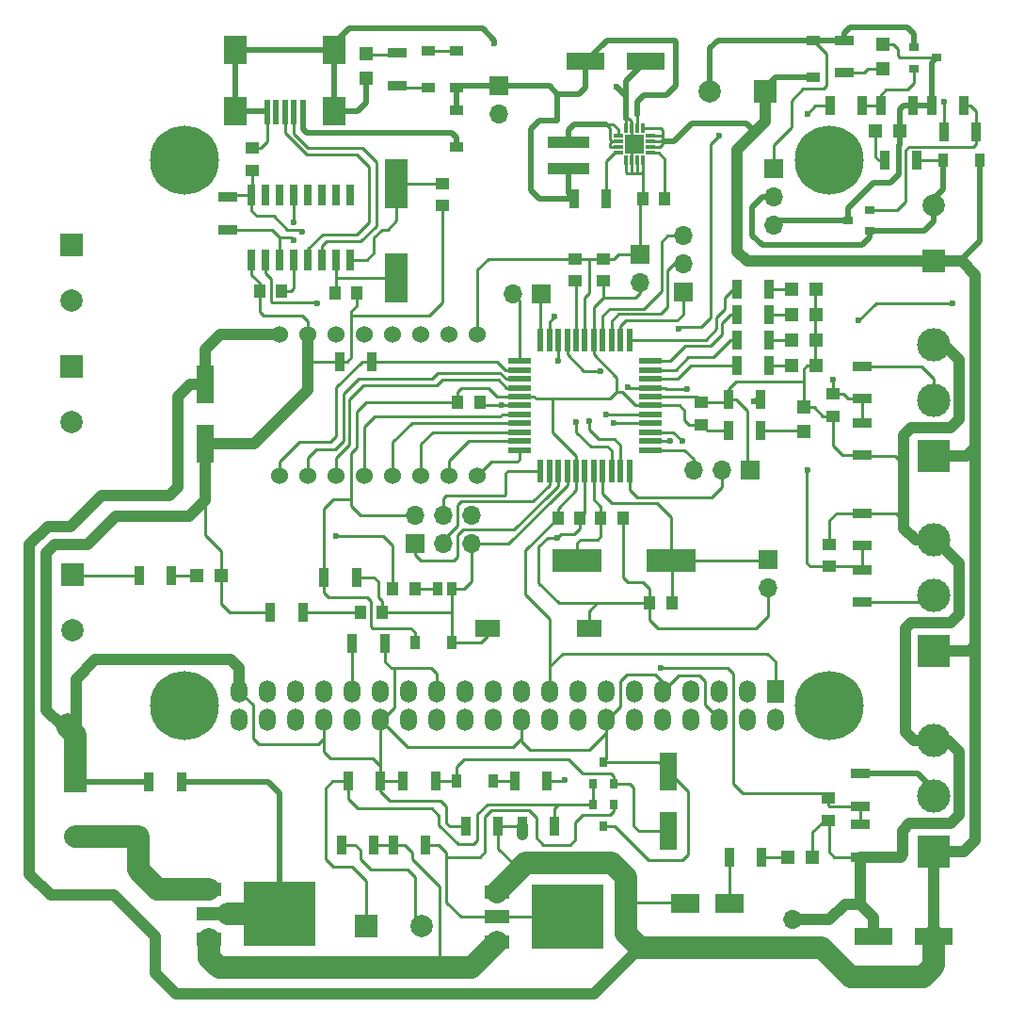
<source format=gtl>
G04 #@! TF.FileFunction,Copper,L1,Top,Signal*
%FSLAX46Y46*%
G04 Gerber Fmt 4.6, Leading zero omitted, Abs format (unit mm)*
G04 Created by KiCad (PCBNEW 4.0.7-e2-6376~61~ubuntu18.04.1) date Wed Jan  8 18:11:24 2020*
%MOMM*%
%LPD*%
G01*
G04 APERTURE LIST*
%ADD10C,0.100000*%
%ADD11O,1.500000X2.000000*%
%ADD12R,1.500000X2.000000*%
%ADD13C,6.200000*%
%ADD14R,0.900000X1.700000*%
%ADD15R,4.500000X2.000000*%
%ADD16R,2.500000X1.800000*%
%ADD17R,2.180000X1.600000*%
%ADD18R,0.550000X2.000000*%
%ADD19R,2.000000X0.550000*%
%ADD20C,3.000000*%
%ADD21R,3.000000X3.000000*%
%ADD22C,2.000000*%
%ADD23R,2.000000X2.000000*%
%ADD24R,1.700000X1.700000*%
%ADD25O,1.700000X1.700000*%
%ADD26R,0.800000X1.900000*%
%ADD27R,0.850000X0.300000*%
%ADD28R,0.300000X0.850000*%
%ADD29R,1.680000X1.680000*%
%ADD30R,0.970000X1.270000*%
%ADD31R,0.900000X0.800000*%
%ADD32R,0.800000X0.900000*%
%ADD33R,1.700000X0.900000*%
%ADD34R,3.700000X0.980000*%
%ADD35R,2.200000X1.200000*%
%ADD36R,6.400000X5.800000*%
%ADD37R,3.050000X2.750000*%
%ADD38R,1.200000X1.200000*%
%ADD39C,1.524000*%
%ADD40R,1.600000X3.500000*%
%ADD41R,3.500000X1.600000*%
%ADD42R,1.000000X1.250000*%
%ADD43R,1.250000X1.000000*%
%ADD44R,0.900000X1.200000*%
%ADD45R,1.200000X0.900000*%
%ADD46R,0.500000X2.300000*%
%ADD47R,2.000000X2.500000*%
%ADD48R,2.000000X4.500000*%
%ADD49C,0.600000*%
%ADD50C,0.250000*%
%ADD51C,0.500000*%
%ADD52C,1.000000*%
%ADD53C,2.000000*%
G04 APERTURE END LIST*
D10*
D11*
X82550000Y-133900000D03*
X82550000Y-131360000D03*
X85090000Y-133900000D03*
X85090000Y-131360000D03*
X87630000Y-133900000D03*
X87630000Y-131360000D03*
X90170000Y-133900000D03*
X90170000Y-131360000D03*
X92710000Y-133900000D03*
X92710000Y-131360000D03*
X95250000Y-133900000D03*
X95250000Y-131360000D03*
X97790000Y-133900000D03*
X97790000Y-131360000D03*
X100330000Y-133900000D03*
X100330000Y-131360000D03*
X102870000Y-133900000D03*
X102870000Y-131360000D03*
X105410000Y-133900000D03*
X105410000Y-131360000D03*
X107950000Y-133900000D03*
X107950000Y-131360000D03*
X110490000Y-133900000D03*
X110490000Y-131360000D03*
X113030000Y-133900000D03*
X113030000Y-131360000D03*
X115570000Y-133900000D03*
X115570000Y-131360000D03*
X118110000Y-133900000D03*
X118110000Y-131360000D03*
X120650000Y-133900000D03*
X120650000Y-131360000D03*
X123190000Y-133900000D03*
X123190000Y-131360000D03*
X125730000Y-133900000D03*
X125730000Y-131360000D03*
X128270000Y-133900000D03*
X128270000Y-131360000D03*
X130810000Y-133900000D03*
D12*
X130810000Y-131360000D03*
D13*
X135680000Y-83630000D03*
X77680000Y-83630000D03*
X77680000Y-132630000D03*
X135680000Y-132630000D03*
D14*
X140282000Y-78740000D03*
X143182000Y-78740000D03*
X148857000Y-81091000D03*
X145957000Y-81091000D03*
D15*
X112931000Y-119572000D03*
X121431000Y-119572000D03*
D16*
X122674000Y-150433000D03*
X126674000Y-150433000D03*
D17*
X114064000Y-125730000D03*
X104884000Y-125730000D03*
D18*
X109665000Y-111564000D03*
X110465000Y-111564000D03*
X111265000Y-111564000D03*
X112065000Y-111564000D03*
X112865000Y-111564000D03*
X113665000Y-111564000D03*
X114465000Y-111564000D03*
X115265000Y-111564000D03*
X116065000Y-111564000D03*
X116865000Y-111564000D03*
X117665000Y-111564000D03*
D19*
X119565000Y-109664000D03*
X119565000Y-108864000D03*
X119565000Y-108064000D03*
X119565000Y-107264000D03*
X119565000Y-106464000D03*
X119565000Y-105664000D03*
X119565000Y-104864000D03*
X119565000Y-104064000D03*
X119565000Y-103264000D03*
X119565000Y-102464000D03*
X119565000Y-101664000D03*
D18*
X117665000Y-99764000D03*
X116865000Y-99764000D03*
X116065000Y-99764000D03*
X115265000Y-99764000D03*
X114465000Y-99764000D03*
X113665000Y-99764000D03*
X112865000Y-99764000D03*
X112065000Y-99764000D03*
X111265000Y-99764000D03*
X110465000Y-99764000D03*
X109665000Y-99764000D03*
D19*
X107765000Y-101664000D03*
X107765000Y-102464000D03*
X107765000Y-103264000D03*
X107765000Y-104064000D03*
X107765000Y-104864000D03*
X107765000Y-105664000D03*
X107765000Y-106464000D03*
X107765000Y-107264000D03*
X107765000Y-108064000D03*
X107765000Y-108864000D03*
X107765000Y-109664000D03*
D20*
X145034000Y-135796000D03*
X145034000Y-140796000D03*
D21*
X145034000Y-145796000D03*
D20*
X145034000Y-117762000D03*
X145034000Y-122762000D03*
D21*
X145034000Y-127762000D03*
D22*
X124921000Y-77470000D03*
D23*
X129921000Y-77470000D03*
D22*
X67524000Y-107173000D03*
D23*
X67524000Y-102173000D03*
D22*
X67524000Y-96251000D03*
D23*
X67524000Y-91251000D03*
D24*
X98425000Y-118110000D03*
D25*
X98425000Y-115570000D03*
X100965000Y-118110000D03*
X100965000Y-115570000D03*
X103505000Y-118110000D03*
X103505000Y-115570000D03*
D26*
X83693000Y-92562000D03*
X84963000Y-92562000D03*
X86233000Y-92562000D03*
X87503000Y-92562000D03*
X88773000Y-92562000D03*
X90043000Y-92562000D03*
X91313000Y-92562000D03*
X92583000Y-92562000D03*
X92583000Y-86762000D03*
X91313000Y-86762000D03*
X90043000Y-86762000D03*
X88773000Y-86762000D03*
X87503000Y-86762000D03*
X86233000Y-86762000D03*
X84963000Y-86762000D03*
X83693000Y-86762000D03*
D22*
X67818000Y-144446000D03*
D23*
X67818000Y-139446000D03*
D22*
X145034000Y-87710000D03*
D23*
X145034000Y-92710000D03*
D20*
X145034000Y-100236000D03*
X145034000Y-105236000D03*
D21*
X145034000Y-110236000D03*
D24*
X130643000Y-84393000D03*
D25*
X130643000Y-86933000D03*
X130643000Y-89473000D03*
D27*
X116660000Y-81419000D03*
X116660000Y-81919000D03*
X116660000Y-82419000D03*
X116660000Y-82919000D03*
D28*
X117360000Y-83619000D03*
X117860000Y-83619000D03*
X118360000Y-83619000D03*
X118860000Y-83619000D03*
D27*
X119560000Y-82919000D03*
X119560000Y-82419000D03*
X119560000Y-81919000D03*
X119560000Y-81419000D03*
D28*
X118860000Y-80719000D03*
X118360000Y-80719000D03*
X117860000Y-80719000D03*
X117360000Y-80719000D03*
D29*
X118110000Y-82169000D03*
D24*
X105918000Y-76962000D03*
D25*
X105918000Y-79502000D03*
D22*
X67564000Y-125904000D03*
D23*
X67564000Y-120904000D03*
D24*
X128524000Y-111506000D03*
D25*
X125984000Y-111506000D03*
X123444000Y-111506000D03*
D24*
X132334000Y-154432000D03*
D25*
X132334000Y-151892000D03*
D30*
X101692000Y-122112000D03*
X100412000Y-122112000D03*
D24*
X130135000Y-119508500D03*
D25*
X130135000Y-122048500D03*
D24*
X118618000Y-92075000D03*
D25*
X118618000Y-94615000D03*
D24*
X122478800Y-95465900D03*
D25*
X122478800Y-92925900D03*
X122478800Y-90385900D03*
D24*
X109728000Y-95631000D03*
D25*
X107188000Y-95631000D03*
D22*
X98990800Y-152465000D03*
D23*
X93990800Y-152465000D03*
D31*
X143295500Y-73473500D03*
X143295500Y-75373500D03*
X145295500Y-74423500D03*
X139303000Y-89977000D03*
X139303000Y-88077000D03*
X137303000Y-89027000D03*
D32*
X116266000Y-141494000D03*
X114366000Y-141494000D03*
X115316000Y-143494000D03*
X114366000Y-139684000D03*
X116266000Y-139684000D03*
X115316000Y-137684000D03*
D14*
X147754000Y-78740000D03*
X144854000Y-78740000D03*
X100216000Y-139384000D03*
X97316000Y-139384000D03*
X94691500Y-145124400D03*
X91791500Y-145124400D03*
X96401600Y-145124400D03*
X99301600Y-145124400D03*
X90204000Y-121096000D03*
X93104000Y-121096000D03*
X138610000Y-78740000D03*
X135710000Y-78740000D03*
X110924000Y-143510000D03*
X108024000Y-143510000D03*
X107349000Y-139384000D03*
X110249000Y-139384000D03*
X112683000Y-87060000D03*
X115583000Y-87060000D03*
X130228000Y-95250000D03*
X127328000Y-95250000D03*
X130228000Y-97536000D03*
X127328000Y-97536000D03*
D33*
X96774000Y-76888000D03*
X96774000Y-73988000D03*
D14*
X130228000Y-99822000D03*
X127328000Y-99822000D03*
X130228000Y-102108000D03*
X127328000Y-102108000D03*
X74456000Y-139511000D03*
X77356000Y-139511000D03*
X105844000Y-143510000D03*
X102944000Y-143510000D03*
X92744000Y-127065000D03*
X95644000Y-127065000D03*
X94475600Y-101690400D03*
X91575600Y-101690400D03*
X129466000Y-105156000D03*
X126566000Y-105156000D03*
D33*
X136967600Y-72833800D03*
X136967600Y-75733800D03*
D14*
X143523000Y-83631000D03*
X140623000Y-83631000D03*
D33*
X81534000Y-86942000D03*
X81534000Y-89842000D03*
X138644000Y-102120000D03*
X138644000Y-105020000D03*
X138644000Y-123308000D03*
X138644000Y-120408000D03*
X138430000Y-138758000D03*
X138430000Y-141658000D03*
X138644000Y-107200000D03*
X138644000Y-110100000D03*
X138644000Y-118228000D03*
X138644000Y-115328000D03*
X138430000Y-143330000D03*
X138430000Y-146230000D03*
D14*
X126653000Y-146242000D03*
X129553000Y-146242000D03*
X126566000Y-107950000D03*
X129466000Y-107950000D03*
X85378000Y-124271000D03*
X88278000Y-124271000D03*
X76467000Y-120969000D03*
X73567000Y-120969000D03*
D34*
X112202600Y-82014200D03*
X112202600Y-84384200D03*
D35*
X79874000Y-149104000D03*
X79874000Y-151384000D03*
X79874000Y-153664000D03*
D36*
X86174000Y-151384000D03*
D37*
X87849000Y-152909000D03*
X84499000Y-149859000D03*
X87849000Y-149859000D03*
X84499000Y-152909000D03*
D35*
X105782000Y-149358000D03*
X105782000Y-151638000D03*
X105782000Y-153918000D03*
D36*
X112082000Y-151638000D03*
D37*
X113757000Y-153163000D03*
X110407000Y-150113000D03*
X113757000Y-150113000D03*
X110407000Y-153163000D03*
D38*
X131956000Y-146242000D03*
X134156000Y-146242000D03*
X93980000Y-74084000D03*
X93980000Y-76284000D03*
X78743000Y-120969000D03*
X80943000Y-120969000D03*
X132250000Y-95250000D03*
X134450000Y-95250000D03*
X132250000Y-97536000D03*
X134450000Y-97536000D03*
X132250000Y-99822000D03*
X134450000Y-99822000D03*
X132250000Y-102108000D03*
X134450000Y-102108000D03*
X133368000Y-108012000D03*
X133368000Y-105812000D03*
X140485500Y-75396500D03*
X140485500Y-73196500D03*
X139830000Y-81014800D03*
X142030000Y-81014800D03*
D14*
X92363000Y-139384000D03*
X95263000Y-139384000D03*
D39*
X86233000Y-112014000D03*
X96393000Y-112014000D03*
X98933000Y-112014000D03*
X88773000Y-112014000D03*
X91313000Y-112014000D03*
X93853000Y-112014000D03*
X101473000Y-112014000D03*
X104013000Y-112014000D03*
X86233000Y-99314000D03*
X88773000Y-99314000D03*
X91313000Y-99314000D03*
X93853000Y-99314000D03*
X96393000Y-99314000D03*
X98933000Y-99314000D03*
X101473000Y-99314000D03*
X104013000Y-99314000D03*
D40*
X121158000Y-143924000D03*
X121158000Y-138524000D03*
D41*
X145052400Y-153404800D03*
X139652400Y-153404800D03*
D42*
X120848000Y-87060000D03*
X118848000Y-87060000D03*
D41*
X113719000Y-74741000D03*
X119119000Y-74741000D03*
D42*
X95448000Y-124271000D03*
X93448000Y-124271000D03*
X98369000Y-122112000D03*
X96369000Y-122112000D03*
X115101500Y-115762000D03*
X117101500Y-115762000D03*
X121483000Y-123445500D03*
X119483000Y-123445500D03*
D43*
X112776000Y-94472000D03*
X112776000Y-92472000D03*
X115316000Y-94472000D03*
X115316000Y-92472000D03*
D42*
X102211000Y-105411500D03*
X104211000Y-105411500D03*
X111228000Y-115762000D03*
X113228000Y-115762000D03*
D43*
X124166000Y-107364000D03*
X124166000Y-105364000D03*
D40*
X79502000Y-103726000D03*
X79502000Y-109126000D03*
D43*
X135977000Y-104602000D03*
X135977000Y-106602000D03*
X135636000Y-120126000D03*
X135636000Y-118126000D03*
X135596000Y-140924000D03*
X135596000Y-142924000D03*
D42*
X91162000Y-95569000D03*
X93162000Y-95569000D03*
D43*
X100848800Y-85704400D03*
X100848800Y-87704400D03*
D42*
X86380200Y-95416600D03*
X84380200Y-95416600D03*
D43*
X83716500Y-84504000D03*
X83716500Y-82504000D03*
D44*
X102094400Y-139409400D03*
X105394400Y-139409400D03*
D45*
X102108000Y-73788000D03*
X102108000Y-77088000D03*
X99568000Y-77088000D03*
X99568000Y-73788000D03*
D44*
X98386000Y-126938000D03*
X101686000Y-126938000D03*
D45*
X134199000Y-76137000D03*
X134199000Y-72837000D03*
D44*
X149184000Y-83631000D03*
X145884000Y-83631000D03*
D45*
X102108000Y-79122000D03*
X102108000Y-82422000D03*
D46*
X88301000Y-79319000D03*
X87501000Y-79319000D03*
X86701000Y-79319000D03*
X85901000Y-79319000D03*
X85101000Y-79319000D03*
D47*
X91151000Y-79219000D03*
X91151000Y-73719000D03*
X82251000Y-79219000D03*
X82251000Y-73719000D03*
D48*
X96734000Y-94231000D03*
X96734000Y-85731000D03*
D49*
X105522400Y-73090000D03*
X111212000Y-117540000D03*
X116520600Y-77027000D03*
X106167000Y-105664000D03*
X88199600Y-90082600D03*
X110958000Y-97677200D03*
X135951600Y-103366800D03*
X111288200Y-101665000D03*
X133665600Y-111444000D03*
X120446600Y-129282400D03*
X115033800Y-102583800D03*
X89598000Y-96442000D03*
X112898000Y-107142000D03*
X87503000Y-90805000D03*
X114046000Y-107061000D03*
X87463000Y-89193600D03*
X91247600Y-117362200D03*
X133698000Y-79442000D03*
X125698000Y-81442000D03*
X122098000Y-98742000D03*
X121298000Y-108842000D03*
X145991600Y-78335600D03*
X146698000Y-96442000D03*
X138298000Y-98042000D03*
X122398000Y-108842000D03*
X117485800Y-104001800D03*
X111872400Y-139358600D03*
X122878000Y-104153000D03*
X128866000Y-105252000D03*
X116216200Y-107264000D03*
X115580800Y-106465600D03*
D50*
X88773000Y-99314000D02*
X88773000Y-98072800D01*
X84380200Y-97210600D02*
X84380200Y-95416600D01*
X84719800Y-97550200D02*
X84380200Y-97210600D01*
X88250400Y-97550200D02*
X84719800Y-97550200D01*
X88773000Y-98072800D02*
X88250400Y-97550200D01*
X83693000Y-92562000D02*
X83693000Y-93907200D01*
X83693000Y-93907200D02*
X84380200Y-94594400D01*
X84380200Y-94594400D02*
X84380200Y-95416600D01*
D51*
X143182000Y-78740000D02*
X142341200Y-78740000D01*
X142030000Y-79051200D02*
X142030000Y-81014800D01*
X142341200Y-78740000D02*
X142030000Y-79051200D01*
X137303000Y-89027000D02*
X137303000Y-87943800D01*
X137303000Y-87943800D02*
X139583800Y-85663000D01*
X139583800Y-85663000D02*
X141107800Y-85663000D01*
X141107800Y-85663000D02*
X141869800Y-84901000D01*
X141869800Y-84901000D02*
X141869800Y-82310200D01*
X141869800Y-82310200D02*
X142030000Y-82150000D01*
X142030000Y-82150000D02*
X142030000Y-81014800D01*
D50*
X117101500Y-115762000D02*
X117101500Y-121143500D01*
X119483000Y-122178800D02*
X119483000Y-123445500D01*
X118882800Y-121578600D02*
X119483000Y-122178800D01*
X117536600Y-121578600D02*
X118882800Y-121578600D01*
X117101500Y-121143500D02*
X117536600Y-121578600D01*
D51*
X91151000Y-73719000D02*
X91151000Y-73135800D01*
X91151000Y-73135800D02*
X92492200Y-71794600D01*
X105522400Y-72836000D02*
X105522400Y-73090000D01*
X104481000Y-71794600D02*
X105522400Y-72836000D01*
X92492200Y-71794600D02*
X104481000Y-71794600D01*
D52*
X132334000Y-151892000D02*
X135610200Y-151892000D01*
X137043800Y-150458400D02*
X138430000Y-150458400D01*
X135610200Y-151892000D02*
X137043800Y-150458400D01*
X138430000Y-146230000D02*
X138430000Y-150458400D01*
X138430000Y-150458400D02*
X138430000Y-150473000D01*
X139652400Y-151695400D02*
X139652400Y-153404800D01*
X138430000Y-150473000D02*
X139652400Y-151695400D01*
D50*
X104013000Y-99314000D02*
X104013000Y-93446200D01*
X104987200Y-92472000D02*
X112776000Y-92472000D01*
X104013000Y-93446200D02*
X104987200Y-92472000D01*
X118618000Y-92075000D02*
X116661800Y-92075000D01*
X116264800Y-92472000D02*
X115316000Y-92472000D01*
X116661800Y-92075000D02*
X116264800Y-92472000D01*
X114056800Y-92472000D02*
X114056800Y-95543600D01*
X113665000Y-95935400D02*
X113665000Y-99764000D01*
X114056800Y-95543600D02*
X113665000Y-95935400D01*
X112776000Y-92472000D02*
X114056800Y-92472000D01*
X114056800Y-92472000D02*
X115316000Y-92472000D01*
D51*
X82251000Y-79219000D02*
X85001000Y-79219000D01*
X85001000Y-79219000D02*
X85101000Y-79319000D01*
X91151000Y-79219000D02*
X93195800Y-79219000D01*
X93980000Y-78434800D02*
X93980000Y-76284000D01*
X93195800Y-79219000D02*
X93980000Y-78434800D01*
X91151000Y-73719000D02*
X91151000Y-79219000D01*
X82251000Y-73719000D02*
X91151000Y-73719000D01*
X82251000Y-73719000D02*
X82251000Y-79219000D01*
D50*
X83716500Y-82504000D02*
X84526000Y-82504000D01*
X85101000Y-81929000D02*
X85101000Y-79319000D01*
X84526000Y-82504000D02*
X85101000Y-81929000D01*
X92606500Y-97575600D02*
X99680400Y-97575600D01*
X100848800Y-96407200D02*
X100848800Y-87704400D01*
X99680400Y-97575600D02*
X100848800Y-96407200D01*
X93162000Y-95569000D02*
X93162000Y-96664500D01*
X92263600Y-101690400D02*
X91575600Y-101690400D01*
X92606500Y-101347500D02*
X92263600Y-101690400D01*
X92606500Y-97220000D02*
X92606500Y-97575600D01*
X92606500Y-97575600D02*
X92606500Y-101347500D01*
X93162000Y-96664500D02*
X92606500Y-97220000D01*
X114768000Y-123445500D02*
X111339000Y-123445500D01*
X110323000Y-117540000D02*
X111212000Y-117540000D01*
X109497500Y-118365500D02*
X110323000Y-117540000D01*
X109497500Y-121604000D02*
X109497500Y-118365500D01*
X111339000Y-123445500D02*
X109497500Y-121604000D01*
X113228000Y-116730500D02*
X113228000Y-115762000D01*
X111212000Y-117540000D02*
X111529500Y-117222500D01*
X111529500Y-117222500D02*
X112736000Y-117222500D01*
X112736000Y-117222500D02*
X113228000Y-116730500D01*
X119483000Y-123445500D02*
X119483000Y-124922000D01*
X130135000Y-124588500D02*
X130135000Y-122048500D01*
X129055500Y-125668000D02*
X130135000Y-124588500D01*
X120229000Y-125668000D02*
X129055500Y-125668000D01*
X119483000Y-124922000D02*
X120229000Y-125668000D01*
X119483000Y-123445500D02*
X114768000Y-123445500D01*
X114064000Y-124149500D02*
X114064000Y-125730000D01*
X114768000Y-123445500D02*
X114064000Y-124149500D01*
X106167000Y-105664000D02*
X104463500Y-105664000D01*
X104463500Y-105664000D02*
X104211000Y-105411500D01*
X113665000Y-111564000D02*
X113665000Y-115325000D01*
X113665000Y-115325000D02*
X113228000Y-115762000D01*
X118860000Y-84619000D02*
X118860000Y-87048000D01*
X118860000Y-87048000D02*
X118848000Y-87060000D01*
X118618000Y-92075000D02*
X118618000Y-87290000D01*
X118618000Y-87290000D02*
X118848000Y-87060000D01*
X142009500Y-74423500D02*
X145295500Y-74423500D01*
X141819000Y-74233000D02*
X142009500Y-74423500D01*
X141819000Y-73598000D02*
X141819000Y-74233000D01*
X141417500Y-73196500D02*
X141819000Y-73598000D01*
X140485500Y-73196500D02*
X141417500Y-73196500D01*
X134156000Y-143999000D02*
X134156000Y-146242000D01*
X135231000Y-142924000D02*
X134156000Y-143999000D01*
X135596000Y-142924000D02*
X135231000Y-142924000D01*
X135636000Y-115976000D02*
X135636000Y-118126000D01*
X136284000Y-115328000D02*
X135636000Y-115976000D01*
X138644000Y-115328000D02*
X136284000Y-115328000D01*
X135977000Y-109285000D02*
X135977000Y-106602000D01*
X136792000Y-110100000D02*
X135977000Y-109285000D01*
X138644000Y-110100000D02*
X136792000Y-110100000D01*
X135072000Y-106602000D02*
X135977000Y-106602000D01*
X134282000Y-105812000D02*
X135072000Y-106602000D01*
X133368000Y-105812000D02*
X134282000Y-105812000D01*
X124166000Y-105364000D02*
X126358000Y-105364000D01*
X126358000Y-105364000D02*
X126566000Y-105156000D01*
X119565000Y-104864000D02*
X123666000Y-104864000D01*
X123666000Y-104864000D02*
X124166000Y-105364000D01*
X91575600Y-101690400D02*
X88773000Y-101690400D01*
X88987000Y-101665000D02*
X88773000Y-101665000D01*
X88798400Y-101665000D02*
X88987000Y-101665000D01*
X88773000Y-101690400D02*
X88798400Y-101665000D01*
X135636000Y-143464000D02*
X135636000Y-144494000D01*
X135636000Y-145761300D02*
X136104700Y-146230000D01*
X136104700Y-146230000D02*
X138430000Y-146230000D01*
X135636000Y-144494000D02*
X135636000Y-145761300D01*
X135636000Y-143464000D02*
X135596000Y-143424000D01*
D53*
X67143000Y-134366000D02*
X67143000Y-134558000D01*
X67818000Y-135233000D02*
X67818000Y-139446000D01*
X67143000Y-134558000D02*
X67818000Y-135233000D01*
D51*
X74456000Y-139511000D02*
X67883000Y-139511000D01*
X67883000Y-139511000D02*
X67818000Y-139446000D01*
D52*
X67892000Y-134366000D02*
X67143000Y-134366000D01*
X67143000Y-134366000D02*
X66570000Y-134366000D01*
X66570000Y-134366000D02*
X65238000Y-133034000D01*
X65238000Y-133034000D02*
X65238000Y-118937000D01*
X65238000Y-118937000D02*
X66000000Y-118175000D01*
X66000000Y-118175000D02*
X68921000Y-118175000D01*
X68921000Y-118175000D02*
X71461000Y-115635000D01*
X71461000Y-115635000D02*
X78065000Y-115635000D01*
X78065000Y-115635000D02*
X79502000Y-114198000D01*
D50*
X85378000Y-124271000D02*
X81748000Y-124271000D01*
X80943000Y-123466000D02*
X80943000Y-120969000D01*
X81748000Y-124271000D02*
X80943000Y-123466000D01*
X80943000Y-120969000D02*
X80943000Y-118767000D01*
X79502000Y-117326000D02*
X79502000Y-114198000D01*
X80943000Y-118767000D02*
X79502000Y-117326000D01*
X95250000Y-133900000D02*
X95250000Y-139371000D01*
X95250000Y-139371000D02*
X95263000Y-139384000D01*
X97316000Y-139384000D02*
X95263000Y-139384000D01*
X90170000Y-135636000D02*
X90170000Y-136757000D01*
X95263000Y-138040000D02*
X95263000Y-139384000D01*
X94575000Y-137352000D02*
X95263000Y-138040000D01*
X90765000Y-137352000D02*
X94575000Y-137352000D01*
X90170000Y-136757000D02*
X90765000Y-137352000D01*
X102944000Y-143510000D02*
X101495000Y-143510000D01*
X95263000Y-140326000D02*
X95263000Y-139384000D01*
X97369000Y-141162000D02*
X96099000Y-141162000D01*
X96099000Y-141162000D02*
X95263000Y-140326000D01*
X100671000Y-141162000D02*
X97369000Y-141162000D01*
X101179000Y-141670000D02*
X100671000Y-141162000D01*
X101179000Y-143194000D02*
X101179000Y-141670000D01*
X101495000Y-143510000D02*
X101179000Y-143194000D01*
X114064000Y-125730000D02*
X114064000Y-125370400D01*
X133368000Y-103506500D02*
X127277500Y-103506500D01*
X126566000Y-104218000D02*
X126566000Y-105156000D01*
X127277500Y-103506500D02*
X126566000Y-104218000D01*
X140485500Y-73246500D02*
X140485500Y-73471000D01*
D51*
X144854000Y-78740000D02*
X144854000Y-74865000D01*
X144854000Y-74865000D02*
X145295500Y-74423500D01*
X117360000Y-77941400D02*
X117360000Y-77841000D01*
X116546000Y-77027000D02*
X116520600Y-77027000D01*
X117360000Y-77841000D02*
X116546000Y-77027000D01*
X117360000Y-79883000D02*
X117360000Y-77941400D01*
X117360000Y-77941400D02*
X117360000Y-76500000D01*
X117360000Y-76500000D02*
X119119000Y-74741000D01*
D50*
X117860000Y-83619000D02*
X117860000Y-82419000D01*
X117860000Y-82419000D02*
X118110000Y-82169000D01*
X117860000Y-80719000D02*
X117860000Y-81919000D01*
X117860000Y-81919000D02*
X118110000Y-82169000D01*
X117860000Y-83619000D02*
X117860000Y-84774000D01*
X117860000Y-84774000D02*
X117816000Y-84774000D01*
X118360000Y-83619000D02*
X118360000Y-84774000D01*
X118360000Y-84774000D02*
X118451000Y-84774000D01*
X117360000Y-83619000D02*
X117360000Y-84699000D01*
X117360000Y-84699000D02*
X117435000Y-84774000D01*
X117435000Y-84774000D02*
X117816000Y-84774000D01*
X118860000Y-84619000D02*
X118860000Y-83619000D01*
X118705000Y-84774000D02*
X118860000Y-84619000D01*
X117816000Y-84774000D02*
X118451000Y-84774000D01*
X118451000Y-84774000D02*
X118705000Y-84774000D01*
X117860000Y-82419000D02*
X118110000Y-82169000D01*
X134400000Y-102108000D02*
X133632000Y-102108000D01*
X133368000Y-102372000D02*
X133368000Y-103506500D01*
X133368000Y-103506500D02*
X133368000Y-104212000D01*
X133632000Y-102108000D02*
X133368000Y-102372000D01*
X133368000Y-104212000D02*
X133368000Y-105862000D01*
D52*
X79502000Y-114198000D02*
X79502000Y-109126000D01*
D51*
X137303000Y-89027000D02*
X131089000Y-89027000D01*
X131089000Y-89027000D02*
X130643000Y-89473000D01*
D52*
X79502000Y-109126000D02*
X83914000Y-109126000D01*
X88773000Y-104267000D02*
X88773000Y-101665000D01*
X88773000Y-101665000D02*
X88773000Y-99314000D01*
X83914000Y-109126000D02*
X88773000Y-104267000D01*
D50*
X107950000Y-133900000D02*
X107950000Y-133858000D01*
D51*
X126566000Y-105156000D02*
X126566000Y-104784000D01*
X134400000Y-102108000D02*
X134302000Y-102108000D01*
D50*
X118360000Y-82419000D02*
X118110000Y-82169000D01*
X134400000Y-97536000D02*
X134400000Y-99822000D01*
X134400000Y-95250000D02*
X134400000Y-97536000D01*
X134400000Y-102108000D02*
X134400000Y-99822000D01*
X128270000Y-111252000D02*
X128524000Y-111506000D01*
X128270000Y-106172000D02*
X128270000Y-111252000D01*
X126566000Y-105156000D02*
X127254000Y-105156000D01*
X127254000Y-105156000D02*
X128270000Y-106172000D01*
X122936000Y-140302000D02*
X121158000Y-138524000D01*
X122936000Y-146050000D02*
X122936000Y-140302000D01*
X122428000Y-146558000D02*
X122936000Y-146050000D01*
X119380000Y-146558000D02*
X122428000Y-146558000D01*
X116316000Y-143494000D02*
X119380000Y-146558000D01*
X115316000Y-143494000D02*
X116316000Y-143494000D01*
D52*
X82550000Y-129286000D02*
X82550000Y-131360000D01*
X81788000Y-128524000D02*
X82550000Y-129286000D01*
X69596000Y-128524000D02*
X81788000Y-128524000D01*
X67892000Y-130228000D02*
X69596000Y-128524000D01*
X67892000Y-134366000D02*
X67892000Y-130228000D01*
D50*
X122089000Y-129921000D02*
X120650000Y-131360000D01*
X123952000Y-129921000D02*
X122089000Y-129921000D01*
X124460000Y-130429000D02*
X123952000Y-129921000D01*
X124460000Y-132588000D02*
X124460000Y-130429000D01*
X125730000Y-133858000D02*
X124460000Y-132588000D01*
X125730000Y-133900000D02*
X125730000Y-133858000D01*
X120650000Y-130556000D02*
X120650000Y-131360000D01*
X119955000Y-129861000D02*
X120650000Y-130556000D01*
X117408000Y-129861000D02*
X119955000Y-129861000D01*
X116840000Y-130429000D02*
X117408000Y-129861000D01*
X116840000Y-132715000D02*
X116840000Y-130429000D01*
X115655000Y-133900000D02*
X116840000Y-132715000D01*
X115570000Y-133900000D02*
X115655000Y-133900000D01*
X105664000Y-79756000D02*
X105918000Y-79502000D01*
X117360000Y-80719000D02*
X117360000Y-79883000D01*
X117860000Y-80141000D02*
X117860000Y-80719000D01*
X117602000Y-79883000D02*
X117860000Y-80141000D01*
X117360000Y-79883000D02*
X117602000Y-79883000D01*
X117360000Y-79883000D02*
X117348000Y-79883000D01*
X141531000Y-110162000D02*
X142367000Y-110998000D01*
X138430000Y-110162000D02*
X141531000Y-110162000D01*
X141679000Y-115390000D02*
X142367000Y-116078000D01*
X138430000Y-115390000D02*
X141679000Y-115390000D01*
D52*
X142060000Y-146230000D02*
X138430000Y-146230000D01*
X146337000Y-135796000D02*
X147320000Y-136779000D01*
X147320000Y-136779000D02*
X147320000Y-142494000D01*
X147320000Y-142494000D02*
X146558000Y-143256000D01*
X146558000Y-143256000D02*
X142875000Y-143256000D01*
X142875000Y-143256000D02*
X142240000Y-143891000D01*
X142240000Y-143891000D02*
X142240000Y-146050000D01*
X142240000Y-146050000D02*
X142060000Y-146230000D01*
X145034000Y-135796000D02*
X146337000Y-135796000D01*
X143289000Y-135796000D02*
X145034000Y-135796000D01*
X142494000Y-135001000D02*
X143289000Y-135796000D01*
X142494000Y-125730000D02*
X142494000Y-135001000D01*
X143002000Y-125222000D02*
X142494000Y-125730000D01*
X146558000Y-125222000D02*
X143002000Y-125222000D01*
X147320000Y-124460000D02*
X146558000Y-125222000D01*
X147320000Y-119888000D02*
X147320000Y-124460000D01*
X145194000Y-117762000D02*
X147320000Y-119888000D01*
X145034000Y-117762000D02*
X145194000Y-117762000D01*
D50*
X96520000Y-132842000D02*
X96520000Y-129286000D01*
X95462000Y-133900000D02*
X96520000Y-132842000D01*
X95250000Y-133900000D02*
X95462000Y-133900000D01*
X89662000Y-136144000D02*
X90170000Y-135636000D01*
X84328000Y-136144000D02*
X89662000Y-136144000D01*
X83820000Y-135636000D02*
X84328000Y-136144000D01*
X83820000Y-132588000D02*
X83820000Y-135636000D01*
X82592000Y-131360000D02*
X83820000Y-132588000D01*
X82550000Y-131360000D02*
X82592000Y-131360000D01*
X120650000Y-131360000D02*
X120946000Y-131360000D01*
X115808000Y-134138000D02*
X115570000Y-133900000D01*
X96266000Y-129286000D02*
X96520000Y-129286000D01*
X95684000Y-128704000D02*
X96266000Y-129286000D01*
X95684000Y-127254000D02*
X95684000Y-128704000D01*
X107950000Y-133900000D02*
X107950000Y-135636000D01*
X97748000Y-136398000D02*
X95250000Y-133900000D01*
X107188000Y-136398000D02*
X97748000Y-136398000D01*
X107950000Y-135636000D02*
X107188000Y-136398000D01*
X107950000Y-133900000D02*
X107950000Y-135636000D01*
X90170000Y-133900000D02*
X90170000Y-135636000D01*
D52*
X143416000Y-117762000D02*
X145034000Y-117762000D01*
X142367000Y-116713000D02*
X143416000Y-117762000D01*
X142367000Y-116078000D02*
X142367000Y-116713000D01*
X142367000Y-108331000D02*
X142367000Y-110998000D01*
X143002000Y-107696000D02*
X142367000Y-108331000D01*
X146558000Y-107696000D02*
X143002000Y-107696000D01*
X147320000Y-106934000D02*
X146558000Y-107696000D01*
X147320000Y-101600000D02*
X147320000Y-106934000D01*
X145956000Y-100236000D02*
X147320000Y-101600000D01*
X145034000Y-100236000D02*
X145956000Y-100236000D01*
X142367000Y-110998000D02*
X142367000Y-116078000D01*
D51*
X143182000Y-78740000D02*
X144854000Y-78740000D01*
D50*
X117360000Y-79883000D02*
X117348000Y-79883000D01*
X117360000Y-79883000D02*
X117348000Y-79883000D01*
X100330000Y-129794000D02*
X100330000Y-131360000D01*
X99822000Y-129286000D02*
X100330000Y-129794000D01*
X96520000Y-129286000D02*
X99822000Y-129286000D01*
X107765000Y-105664000D02*
X106167000Y-105664000D01*
X115570000Y-133900000D02*
X115570000Y-135128000D01*
X114046000Y-136652000D02*
X115570000Y-135128000D01*
X108712000Y-136652000D02*
X114046000Y-136652000D01*
X107950000Y-135890000D02*
X108712000Y-136652000D01*
X107950000Y-135636000D02*
X107950000Y-135890000D01*
X115570000Y-135128000D02*
X115570000Y-133900000D01*
X115570000Y-137430000D02*
X115316000Y-137684000D01*
X115570000Y-135128000D02*
X115570000Y-137430000D01*
X120318000Y-137684000D02*
X121158000Y-138524000D01*
X115316000Y-137684000D02*
X120318000Y-137684000D01*
X102211000Y-105411500D02*
X102211000Y-104443000D01*
X105749600Y-104864000D02*
X107765000Y-104864000D01*
X104989000Y-104103400D02*
X105749600Y-104864000D01*
X102550600Y-104103400D02*
X104989000Y-104103400D01*
X102211000Y-104443000D02*
X102550600Y-104103400D01*
X118618000Y-94615000D02*
X118618000Y-95579800D01*
X118237000Y-95960800D02*
X115316000Y-95960800D01*
X118618000Y-95579800D02*
X118237000Y-95960800D01*
X114465000Y-99764000D02*
X114465000Y-96811800D01*
X114465000Y-96811800D02*
X115316000Y-95960800D01*
X115316000Y-95960800D02*
X115316000Y-94472000D01*
X83693000Y-88192200D02*
X83693000Y-86762000D01*
X84135600Y-88634800D02*
X83693000Y-88192200D01*
X85659600Y-88634800D02*
X84135600Y-88634800D01*
X86904200Y-89879400D02*
X85659600Y-88634800D01*
X87996400Y-89879400D02*
X86904200Y-89879400D01*
X88199600Y-90082600D02*
X87996400Y-89879400D01*
X90204000Y-121096000D02*
X90204000Y-114900600D01*
X91044400Y-114060200D02*
X92606500Y-114060200D01*
X90204000Y-114900600D02*
X91044400Y-114060200D01*
X83716500Y-84504000D02*
X83716500Y-86738500D01*
X83716500Y-86738500D02*
X83693000Y-86762000D01*
X110490000Y-131360000D02*
X110490000Y-124882500D01*
X108291000Y-118699000D02*
X111228000Y-115762000D01*
X108291000Y-122683500D02*
X108291000Y-118699000D01*
X110490000Y-124882500D02*
X108291000Y-122683500D01*
X112865000Y-111564000D02*
X112865000Y-113283500D01*
X112865000Y-113283500D02*
X111228000Y-114920500D01*
X111228000Y-114920500D02*
X111228000Y-115762000D01*
X94194000Y-115571500D02*
X93495500Y-115571500D01*
X96545000Y-115570000D02*
X94448000Y-115570000D01*
X94448000Y-115570000D02*
X94194000Y-115570000D01*
X98425000Y-115570000D02*
X96545000Y-115570000D01*
X94194000Y-115570000D02*
X94194000Y-115571500D01*
X92606500Y-114682500D02*
X92606500Y-114060200D01*
X93495500Y-115571500D02*
X92606500Y-114682500D01*
X92606500Y-114060200D02*
X92606500Y-109983500D01*
X94003500Y-105411500D02*
X102211000Y-105411500D01*
X93178000Y-106237000D02*
X94003500Y-105411500D01*
X93178000Y-109412000D02*
X93178000Y-106237000D01*
X92606500Y-109983500D02*
X93178000Y-109412000D01*
X130810000Y-131360000D02*
X130810000Y-128692500D01*
X110490000Y-129120500D02*
X110490000Y-131360000D01*
X111656500Y-127954000D02*
X110490000Y-129120500D01*
X130071500Y-127954000D02*
X111656500Y-127954000D01*
X130810000Y-128692500D02*
X130071500Y-127954000D01*
X119565000Y-105664000D02*
X122196000Y-105664000D01*
X123007000Y-107364000D02*
X124166000Y-107364000D01*
X122642000Y-106999000D02*
X123007000Y-107364000D01*
X122642000Y-106110000D02*
X122642000Y-106999000D01*
X122196000Y-105664000D02*
X122642000Y-106110000D01*
X126566000Y-107950000D02*
X124752000Y-107950000D01*
X124752000Y-107950000D02*
X124166000Y-107364000D01*
D51*
X110450000Y-131320000D02*
X110490000Y-131360000D01*
D50*
X90204000Y-121096000D02*
X90204000Y-122440000D01*
X90204000Y-122440000D02*
X90638000Y-122874000D01*
X90638000Y-122874000D02*
X94067000Y-122874000D01*
X94067000Y-122874000D02*
X94448000Y-123255000D01*
X94448000Y-123255000D02*
X94448000Y-125541000D01*
X94448000Y-125541000D02*
X94575000Y-125668000D01*
X94575000Y-125668000D02*
X98004000Y-125668000D01*
X98004000Y-125668000D02*
X98386000Y-126050000D01*
X98386000Y-126050000D02*
X98386000Y-126938000D01*
X126344000Y-108172000D02*
X126566000Y-107950000D01*
X81714000Y-86762000D02*
X81534000Y-86942000D01*
X83693000Y-86762000D02*
X81714000Y-86762000D01*
X118240000Y-105664000D02*
X119565000Y-105664000D01*
X117007000Y-104431000D02*
X118240000Y-105664000D01*
X116536000Y-104431000D02*
X117007000Y-104431000D01*
X114465000Y-101089000D02*
X114465000Y-99764000D01*
X116536000Y-103161000D02*
X114465000Y-101089000D01*
X116536000Y-104431000D02*
X116536000Y-103161000D01*
X112865000Y-110239000D02*
X112865000Y-111564000D01*
X110724000Y-108098000D02*
X112865000Y-110239000D01*
X110724000Y-105061000D02*
X110724000Y-108098000D01*
X109287000Y-105061000D02*
X110724000Y-105061000D01*
X107765000Y-104864000D02*
X109090000Y-104864000D01*
X109090000Y-104864000D02*
X109287000Y-105061000D01*
X115907000Y-105061000D02*
X116536000Y-104431000D01*
X110724000Y-105061000D02*
X115907000Y-105061000D01*
X111265000Y-112890000D02*
X111265000Y-111564000D01*
X110490000Y-113665000D02*
X111265000Y-112890000D01*
X110490000Y-113651000D02*
X110490000Y-113665000D01*
X107301000Y-116840000D02*
X110490000Y-113651000D01*
X102743000Y-116840000D02*
X107301000Y-116840000D01*
X102235000Y-117348000D02*
X102743000Y-116840000D01*
X102235000Y-119253000D02*
X102235000Y-117348000D01*
X101854000Y-119634000D02*
X102235000Y-119253000D01*
X98933000Y-119634000D02*
X101854000Y-119634000D01*
X98425000Y-119126000D02*
X98933000Y-119634000D01*
X98425000Y-118110000D02*
X98425000Y-119126000D01*
X110465000Y-112801000D02*
X110465000Y-111564000D01*
X108966000Y-114300000D02*
X110465000Y-112801000D01*
X102558000Y-114300000D02*
X108966000Y-114300000D01*
X102235000Y-114623000D02*
X102558000Y-114300000D01*
X102235000Y-116459000D02*
X102235000Y-114623000D01*
X100965000Y-117729000D02*
X102235000Y-116459000D01*
X100965000Y-118110000D02*
X100965000Y-117729000D01*
X100965000Y-114046000D02*
X100965000Y-115570000D01*
X101219000Y-113792000D02*
X100965000Y-114046000D01*
X106426000Y-113792000D02*
X101219000Y-113792000D01*
X106553000Y-113665000D02*
X106426000Y-113792000D01*
X106553000Y-111760000D02*
X106553000Y-113665000D01*
X106749000Y-111564000D02*
X106553000Y-111760000D01*
X109665000Y-111564000D02*
X106749000Y-111564000D01*
X129553000Y-146242000D02*
X131956000Y-146242000D01*
X135977000Y-104602000D02*
X135977000Y-103392200D01*
X110500800Y-98134400D02*
X110500800Y-99728200D01*
X110958000Y-97677200D02*
X110500800Y-98134400D01*
X135977000Y-103392200D02*
X135951600Y-103366800D01*
X110500800Y-99728200D02*
X110465000Y-99764000D01*
X137300000Y-105020000D02*
X138644000Y-105020000D01*
X136882000Y-104602000D02*
X137300000Y-105020000D01*
X135977000Y-104602000D02*
X136882000Y-104602000D01*
X138644000Y-105020000D02*
X138644000Y-107200000D01*
X135636000Y-120126000D02*
X133914800Y-120126000D01*
X111265000Y-101641800D02*
X111265000Y-99764000D01*
X111288200Y-101665000D02*
X111265000Y-101641800D01*
X133614800Y-111494800D02*
X133665600Y-111444000D01*
X133614800Y-119826000D02*
X133614800Y-111494800D01*
X133914800Y-120126000D02*
X133614800Y-119826000D01*
X135636000Y-120126000D02*
X138362000Y-120126000D01*
X138362000Y-120126000D02*
X138644000Y-120408000D01*
X138644000Y-118228000D02*
X138644000Y-120408000D01*
X138430000Y-120216000D02*
X138430000Y-120548000D01*
X138430000Y-141658000D02*
X135634800Y-141658000D01*
X135596000Y-141619200D02*
X135596000Y-140924000D01*
X135634800Y-141658000D02*
X135596000Y-141619200D01*
X138430000Y-141658000D02*
X138430000Y-143330000D01*
X126510400Y-129282400D02*
X120446600Y-129282400D01*
X127000000Y-129772000D02*
X126510400Y-129282400D01*
X127000000Y-139678000D02*
X127000000Y-129772000D01*
X127816000Y-140494000D02*
X127000000Y-139678000D01*
X135636000Y-140494000D02*
X127816000Y-140494000D01*
X112065000Y-99764000D02*
X112065000Y-101089300D01*
X113559500Y-102583800D02*
X115033800Y-102583800D01*
X112065000Y-101089300D02*
X113559500Y-102583800D01*
X86233000Y-112014000D02*
X86233000Y-110692800D01*
X93635200Y-101690400D02*
X94475600Y-101690400D01*
X91273000Y-104052600D02*
X93635200Y-101690400D01*
X91273000Y-108446800D02*
X91273000Y-104052600D01*
X90790400Y-108929400D02*
X91273000Y-108446800D01*
X87996400Y-108929400D02*
X90790400Y-108929400D01*
X86233000Y-110692800D02*
X87996400Y-108929400D01*
X107765000Y-102464000D02*
X106499200Y-102464000D01*
X106499200Y-102464000D02*
X105725600Y-101690400D01*
X105725600Y-101690400D02*
X94475600Y-101690400D01*
X86233000Y-112014000D02*
X86487000Y-112014000D01*
X99962000Y-108064000D02*
X107765000Y-108064000D01*
X98933000Y-109093000D02*
X99962000Y-108064000D01*
X98933000Y-112014000D02*
X98933000Y-109093000D01*
X103226000Y-108864000D02*
X107765000Y-108864000D01*
X101473000Y-110617000D02*
X103226000Y-108864000D01*
X101473000Y-112014000D02*
X101473000Y-110617000D01*
X105283000Y-110744000D02*
X104013000Y-112014000D01*
X107569000Y-110744000D02*
X105283000Y-110744000D01*
X107765000Y-110548000D02*
X107569000Y-110744000D01*
X107765000Y-109664000D02*
X107765000Y-110548000D01*
X91313000Y-110363000D02*
X91313000Y-112014000D01*
X92456000Y-109220000D02*
X91313000Y-110363000D01*
X92456000Y-105156000D02*
X92456000Y-109220000D01*
X93726000Y-103886000D02*
X92456000Y-105156000D01*
X100330000Y-103886000D02*
X93726000Y-103886000D01*
X100838000Y-103378000D02*
X100330000Y-103886000D01*
X105918000Y-103378000D02*
X100838000Y-103378000D01*
X106604000Y-104064000D02*
X105918000Y-103378000D01*
X107765000Y-104064000D02*
X106604000Y-104064000D01*
X91694000Y-111633000D02*
X91313000Y-112014000D01*
X93853000Y-107569000D02*
X93853000Y-112014000D01*
X94742000Y-106680000D02*
X93853000Y-107569000D01*
X106045000Y-106680000D02*
X94742000Y-106680000D01*
X106261000Y-106464000D02*
X106045000Y-106680000D01*
X107765000Y-106464000D02*
X106261000Y-106464000D01*
X116065000Y-111564000D02*
X116065000Y-109709000D01*
X84963000Y-93807000D02*
X84963000Y-92562000D01*
X85398000Y-94242000D02*
X84963000Y-93807000D01*
X85398000Y-96342000D02*
X85398000Y-94242000D01*
X85488400Y-96432400D02*
X85398000Y-96342000D01*
X89607600Y-96432400D02*
X85488400Y-96432400D01*
X89598000Y-96442000D02*
X89607600Y-96432400D01*
X112898000Y-108042000D02*
X112898000Y-107142000D01*
X114198000Y-109342000D02*
X112898000Y-108042000D01*
X115698000Y-109342000D02*
X114198000Y-109342000D01*
X116065000Y-109709000D02*
X115698000Y-109342000D01*
X87249000Y-90551000D02*
X86233000Y-90551000D01*
X87503000Y-90805000D02*
X87249000Y-90551000D01*
X114046000Y-107823000D02*
X114046000Y-107061000D01*
X114935000Y-108712000D02*
X114046000Y-107823000D01*
X116332000Y-108712000D02*
X114935000Y-108712000D01*
X116865000Y-109245000D02*
X116332000Y-108712000D01*
X116865000Y-111564000D02*
X116865000Y-109245000D01*
X85524000Y-89842000D02*
X81534000Y-89842000D01*
X86233000Y-90551000D02*
X85524000Y-89842000D01*
X86233000Y-92562000D02*
X86233000Y-90551000D01*
X88773000Y-110363000D02*
X88773000Y-112014000D01*
X89535000Y-109601000D02*
X88773000Y-110363000D01*
X91186000Y-109601000D02*
X89535000Y-109601000D01*
X91948000Y-108839000D02*
X91186000Y-109601000D01*
X91948000Y-104648000D02*
X91948000Y-108839000D01*
X93345000Y-103251000D02*
X91948000Y-104648000D01*
X99949000Y-103251000D02*
X93345000Y-103251000D01*
X100457000Y-102743000D02*
X99949000Y-103251000D01*
X106045000Y-102743000D02*
X100457000Y-102743000D01*
X106566000Y-103264000D02*
X106045000Y-102743000D01*
X107765000Y-103264000D02*
X106566000Y-103264000D01*
X96369000Y-122112000D02*
X96369000Y-118216400D01*
X87503000Y-89153600D02*
X87503000Y-86762000D01*
X87463000Y-89193600D02*
X87503000Y-89153600D01*
X95514800Y-117362200D02*
X91247600Y-117362200D01*
X96369000Y-118216400D02*
X95514800Y-117362200D01*
X87503000Y-86762000D02*
X87503000Y-87528000D01*
X134400000Y-78740000D02*
X135710000Y-78740000D01*
X133698000Y-79442000D02*
X134400000Y-78740000D01*
X124998000Y-82142000D02*
X125698000Y-81442000D01*
X124998000Y-97742000D02*
X124998000Y-82142000D01*
X124098000Y-98642000D02*
X124998000Y-97742000D01*
X122198000Y-98642000D02*
X124098000Y-98642000D01*
X122098000Y-98742000D02*
X122198000Y-98642000D01*
X121276000Y-108864000D02*
X121298000Y-108842000D01*
X119565000Y-108864000D02*
X121276000Y-108864000D01*
X119565000Y-108064000D02*
X121620000Y-108064000D01*
X145991600Y-80335600D02*
X145987000Y-81153000D01*
X145991600Y-78335600D02*
X145991600Y-80335600D01*
X139898000Y-96442000D02*
X146698000Y-96442000D01*
X138298000Y-98042000D02*
X139898000Y-96442000D01*
X121620000Y-108064000D02*
X122398000Y-108842000D01*
X95448000Y-124271000D02*
X95448000Y-123239000D01*
X94702000Y-121096000D02*
X93104000Y-121096000D01*
X95083000Y-121477000D02*
X94702000Y-121096000D01*
X95083000Y-122874000D02*
X95083000Y-121477000D01*
X95448000Y-123239000D02*
X95083000Y-122874000D01*
X95448000Y-124271000D02*
X101732000Y-124271000D01*
X101692000Y-122112000D02*
X102830000Y-122112000D01*
X103505000Y-121437000D02*
X103505000Y-118110000D01*
X102830000Y-122112000D02*
X103505000Y-121437000D01*
X104884000Y-125730000D02*
X104884000Y-126408000D01*
X104884000Y-126408000D02*
X104354000Y-126938000D01*
X104354000Y-126938000D02*
X101686000Y-126938000D01*
X101732000Y-124017000D02*
X101732000Y-124271000D01*
X101732000Y-124271000D02*
X101732000Y-126892000D01*
X101732000Y-126892000D02*
X101686000Y-126938000D01*
X101732000Y-124017000D02*
X101732000Y-121666000D01*
X112065000Y-112852000D02*
X112065000Y-111564000D01*
X103505000Y-118110000D02*
X106790000Y-118110000D01*
X106790000Y-118110000D02*
X110998000Y-113902000D01*
X110998000Y-113902000D02*
X110998000Y-113919000D01*
X110998000Y-113919000D02*
X112065000Y-112852000D01*
X98095000Y-107264000D02*
X107765000Y-107264000D01*
X96393000Y-108966000D02*
X98095000Y-107264000D01*
X96393000Y-112014000D02*
X96393000Y-108966000D01*
D51*
X115570000Y-80391000D02*
X112674000Y-80391000D01*
X112202600Y-80862400D02*
X112202600Y-82014200D01*
X112674000Y-80391000D02*
X112202600Y-80862400D01*
D50*
X116660000Y-81419000D02*
X116660000Y-80846000D01*
X115951000Y-81788000D02*
X116082000Y-81919000D01*
X115951000Y-80772000D02*
X115951000Y-81788000D01*
X116082000Y-81919000D02*
X115909700Y-82091300D01*
X115909700Y-82091300D02*
X115909700Y-82419000D01*
X116371000Y-81919000D02*
X116660000Y-81919000D01*
X116660000Y-82419000D02*
X115909700Y-82419000D01*
X116082000Y-81919000D02*
X116371000Y-81919000D01*
X116205000Y-80391000D02*
X115570000Y-80391000D01*
X116660000Y-80846000D02*
X116205000Y-80391000D01*
X115570000Y-80391000D02*
X115951000Y-80772000D01*
X116660000Y-82919000D02*
X116369000Y-82919000D01*
X116369000Y-82919000D02*
X115583000Y-83705000D01*
X115583000Y-83705000D02*
X115583000Y-87060000D01*
X111847000Y-139384000D02*
X111872400Y-139358600D01*
X110249000Y-139384000D02*
X111847000Y-139384000D01*
X117548000Y-104064000D02*
X119565000Y-104064000D01*
X117485800Y-104001800D02*
X117548000Y-104064000D01*
X129057000Y-105061000D02*
X128866000Y-105252000D01*
X129212000Y-105061000D02*
X129057000Y-105061000D01*
X129371000Y-105061000D02*
X129466000Y-105156000D01*
X129212000Y-105061000D02*
X129371000Y-105061000D01*
X120979000Y-104153000D02*
X122878000Y-104153000D01*
X120890000Y-104064000D02*
X120979000Y-104153000D01*
X119565000Y-104064000D02*
X120890000Y-104064000D01*
X130228000Y-97536000D02*
X132300000Y-97536000D01*
X130228000Y-99822000D02*
X132300000Y-99822000D01*
X130228000Y-102108000D02*
X132300000Y-102108000D01*
X129466000Y-107950000D02*
X133356000Y-107950000D01*
X133356000Y-107950000D02*
X133368000Y-107962000D01*
D51*
X129478000Y-107962000D02*
X129466000Y-107950000D01*
D50*
X116266000Y-139684000D02*
X116266000Y-139027800D01*
X102094400Y-138138400D02*
X102094400Y-139409400D01*
X102779200Y-137453600D02*
X102094400Y-138138400D01*
X112202600Y-137453600D02*
X102779200Y-137453600D01*
X113472600Y-138723600D02*
X112202600Y-137453600D01*
X115961800Y-138723600D02*
X113472600Y-138723600D01*
X116266000Y-139027800D02*
X115961800Y-138723600D01*
X100216000Y-139384000D02*
X102069000Y-139384000D01*
X102069000Y-139384000D02*
X102094400Y-139409400D01*
X121158000Y-143924000D02*
X118546000Y-143924000D01*
X117735000Y-139684000D02*
X116266000Y-139684000D01*
X118070000Y-140019000D02*
X117735000Y-139684000D01*
X118070000Y-143448000D02*
X118070000Y-140019000D01*
X118546000Y-143924000D02*
X118070000Y-143448000D01*
D51*
X143295500Y-73473500D02*
X143295500Y-72229700D01*
X136967600Y-72175600D02*
X136967600Y-72833800D01*
X137501000Y-71642200D02*
X136967600Y-72175600D01*
X142708000Y-71642200D02*
X137501000Y-71642200D01*
X143295500Y-72229700D02*
X142708000Y-71642200D01*
X134199000Y-72837000D02*
X136964400Y-72837000D01*
X136964400Y-72837000D02*
X136967600Y-72833800D01*
D50*
X130643000Y-84393000D02*
X130643000Y-82234000D01*
X135405500Y-74043500D02*
X134199000Y-72837000D01*
X135405500Y-76963500D02*
X135405500Y-74043500D01*
X135151500Y-77217500D02*
X135405500Y-76963500D01*
X133310000Y-77217500D02*
X135151500Y-77217500D01*
X132230500Y-78297000D02*
X133310000Y-77217500D01*
X132230500Y-80646500D02*
X132230500Y-78297000D01*
X130643000Y-82234000D02*
X132230500Y-80646500D01*
D51*
X124921000Y-77470000D02*
X124921000Y-73541500D01*
X125625500Y-72837000D02*
X134199000Y-72837000D01*
X124921000Y-73541500D02*
X125625500Y-72837000D01*
D50*
X139830000Y-81014800D02*
X139830000Y-83343800D01*
X140117200Y-83631000D02*
X140623000Y-83631000D01*
X139830000Y-83343800D02*
X140117200Y-83631000D01*
X140809000Y-83445000D02*
X140623000Y-83631000D01*
D51*
X145034000Y-87710000D02*
X145034000Y-87083500D01*
X145034000Y-87083500D02*
X145884000Y-86233500D01*
X145884000Y-86233500D02*
X145884000Y-83631000D01*
D50*
X143523000Y-83631000D02*
X145884000Y-83631000D01*
D51*
X139303000Y-89977000D02*
X139303000Y-90592000D01*
X129627000Y-86933000D02*
X130643000Y-86933000D01*
X128738000Y-87822000D02*
X129627000Y-86933000D01*
X128738000Y-90362000D02*
X128738000Y-87822000D01*
X129627000Y-91251000D02*
X128738000Y-90362000D01*
X138644000Y-91251000D02*
X129627000Y-91251000D01*
X139303000Y-90592000D02*
X138644000Y-91251000D01*
X145034000Y-89154000D02*
X145034000Y-87710000D01*
X144211000Y-89977000D02*
X145034000Y-89154000D01*
X139303000Y-89977000D02*
X144211000Y-89977000D01*
X145508000Y-87236000D02*
X145034000Y-87710000D01*
D50*
X92710000Y-127328000D02*
X92784000Y-127254000D01*
X92710000Y-131360000D02*
X92710000Y-127328000D01*
X92784000Y-131286000D02*
X92710000Y-131360000D01*
X119565000Y-107264000D02*
X116216200Y-107264000D01*
X123444000Y-110490000D02*
X123444000Y-111506000D01*
X122618000Y-109664000D02*
X123444000Y-110490000D01*
X119565000Y-109664000D02*
X122618000Y-109664000D01*
X125984000Y-113030000D02*
X125984000Y-111506000D01*
X125095000Y-113919000D02*
X125984000Y-113030000D01*
X118364000Y-113919000D02*
X125095000Y-113919000D01*
X117665000Y-113220000D02*
X118364000Y-113919000D01*
X117665000Y-111564000D02*
X117665000Y-113220000D01*
X107765000Y-96208000D02*
X107188000Y-95631000D01*
X107765000Y-101664000D02*
X107765000Y-96208000D01*
X138644000Y-123308000D02*
X144488000Y-123308000D01*
X144488000Y-123308000D02*
X145034000Y-122762000D01*
D51*
X143584000Y-138758000D02*
X138430000Y-138758000D01*
X145034000Y-140208000D02*
X143584000Y-138758000D01*
X145034000Y-140796000D02*
X145034000Y-140208000D01*
D50*
X112931000Y-119572000D02*
X112931000Y-118030800D01*
X115101500Y-117435100D02*
X115101500Y-116381000D01*
X114844200Y-117692400D02*
X115101500Y-117435100D01*
X113269400Y-117692400D02*
X114844200Y-117692400D01*
X112931000Y-118030800D02*
X113269400Y-117692400D01*
X115101500Y-116381000D02*
X115101500Y-115762000D01*
X114465000Y-111564000D02*
X114465000Y-114125500D01*
X115101500Y-114762000D02*
X115101500Y-115762000D01*
X114465000Y-114125500D02*
X115101500Y-114762000D01*
X115101500Y-115762000D02*
X115101500Y-116381000D01*
X99568000Y-77088000D02*
X96974000Y-77088000D01*
X96974000Y-77088000D02*
X96774000Y-76888000D01*
X136967600Y-75733800D02*
X138743400Y-75733800D01*
X139080700Y-75396500D02*
X140485500Y-75396500D01*
X138743400Y-75733800D02*
X139080700Y-75396500D01*
X140276000Y-75556000D02*
X140485500Y-75346500D01*
X98385000Y-151859200D02*
X98990800Y-152465000D01*
X98385000Y-148020000D02*
X98385000Y-151859200D01*
X97750000Y-147385000D02*
X98385000Y-148020000D01*
X94397200Y-147385000D02*
X97750000Y-147385000D01*
X93470100Y-146457900D02*
X94397200Y-147385000D01*
X93470100Y-145594300D02*
X93470100Y-146457900D01*
X93000200Y-145124400D02*
X93470100Y-145594300D01*
X91791500Y-145124400D02*
X93000200Y-145124400D01*
X111593000Y-141504900D02*
X111593000Y-141494000D01*
X104900100Y-141504900D02*
X111593000Y-141504900D01*
X103998400Y-142406600D02*
X104900100Y-141504900D01*
X103998400Y-144705300D02*
X103998400Y-142406600D01*
X103604700Y-145099000D02*
X103998400Y-144705300D01*
X102296600Y-145099000D02*
X103604700Y-145099000D01*
X100544000Y-143346400D02*
X102296600Y-145099000D01*
X100544000Y-142546300D02*
X100544000Y-143346400D01*
X99896300Y-141898600D02*
X100544000Y-142546300D01*
X93203400Y-141898600D02*
X99896300Y-141898600D01*
X92363000Y-141058200D02*
X93203400Y-141898600D01*
X92363000Y-139384000D02*
X92363000Y-141058200D01*
X111593000Y-141494000D02*
X111288200Y-141494000D01*
X93990800Y-152465000D02*
X93990800Y-148375600D01*
X90980900Y-139384000D02*
X92363000Y-139384000D01*
X90320500Y-140044400D02*
X90980900Y-139384000D01*
X90320500Y-146394400D02*
X90320500Y-140044400D01*
X91019000Y-147092900D02*
X90320500Y-146394400D01*
X92708100Y-147092900D02*
X91019000Y-147092900D01*
X93990800Y-148375600D02*
X92708100Y-147092900D01*
X114366000Y-141494000D02*
X111593000Y-141494000D01*
X111286400Y-141494000D02*
X110924000Y-141856400D01*
X110924000Y-141856400D02*
X110924000Y-143510000D01*
X111288200Y-141494000D02*
X111286400Y-141494000D01*
X114366000Y-139684000D02*
X114366000Y-141494000D01*
X110924000Y-142928000D02*
X110924000Y-143510000D01*
X110990000Y-143444000D02*
X110924000Y-143510000D01*
X110924000Y-143510000D02*
X110924000Y-142928000D01*
X110924000Y-143510000D02*
X110924000Y-142928000D01*
X109665000Y-95694000D02*
X109728000Y-95631000D01*
X109665000Y-99764000D02*
X109665000Y-95694000D01*
X139303000Y-88077000D02*
X141767200Y-88077000D01*
X148857000Y-82155600D02*
X148857000Y-81091000D01*
X148626200Y-82386400D02*
X148857000Y-82155600D01*
X142809600Y-82386400D02*
X148626200Y-82386400D01*
X142530200Y-82665800D02*
X142809600Y-82386400D01*
X142530200Y-87314000D02*
X142530200Y-82665800D01*
X141767200Y-88077000D02*
X142530200Y-87314000D01*
X148857000Y-79239000D02*
X148857000Y-81218000D01*
X148358000Y-78740000D02*
X148857000Y-79239000D01*
X147754000Y-78740000D02*
X148358000Y-78740000D01*
X148792000Y-81153000D02*
X148857000Y-81218000D01*
D52*
X145034000Y-145796000D02*
X145034000Y-153386400D01*
X145034000Y-153386400D02*
X145052400Y-153404800D01*
D53*
X132334000Y-154432000D02*
X134997600Y-154432000D01*
X145052400Y-156013400D02*
X145052400Y-153404800D01*
X144079600Y-156986200D02*
X145052400Y-156013400D01*
X137551800Y-156986200D02*
X144079600Y-156986200D01*
X134997600Y-154432000D02*
X137551800Y-156986200D01*
D51*
X129921000Y-77470000D02*
X129921000Y-77050500D01*
X129921000Y-77050500D02*
X130834500Y-76137000D01*
X130834500Y-76137000D02*
X134199000Y-76137000D01*
X149184000Y-83631000D02*
X149184000Y-90934500D01*
X149184000Y-90934500D02*
X147408500Y-92710000D01*
D50*
X122547000Y-150306000D02*
X122674000Y-150433000D01*
X117348000Y-150306000D02*
X122547000Y-150306000D01*
D53*
X117348000Y-150306000D02*
X117348000Y-148312100D01*
D51*
X120650000Y-81915000D02*
X121691000Y-81915000D01*
X128230000Y-80329000D02*
X128979500Y-81078500D01*
X123277000Y-80329000D02*
X128230000Y-80329000D01*
X121691000Y-81915000D02*
X123277000Y-80329000D01*
D50*
X120650000Y-80899000D02*
X120470000Y-80719000D01*
X120650000Y-81407000D02*
X120650000Y-80899000D01*
X120650000Y-81419000D02*
X120650000Y-81407000D01*
X120650000Y-81915000D02*
X120650000Y-81419000D01*
X120650000Y-81419000D02*
X120650000Y-81407000D01*
X120400000Y-82419000D02*
X120650000Y-82169000D01*
X120650000Y-81919000D02*
X120650000Y-81915000D01*
X120650000Y-82169000D02*
X120650000Y-81919000D01*
X120650000Y-81919000D02*
X120650000Y-81915000D01*
D52*
X148804000Y-127192000D02*
X148804000Y-144718000D01*
X147726000Y-145796000D02*
X145034000Y-145796000D01*
X148804000Y-144718000D02*
X147726000Y-145796000D01*
X148804000Y-109412000D02*
X148804000Y-127192000D01*
X148234000Y-127762000D02*
X145034000Y-127762000D01*
X148804000Y-127192000D02*
X148234000Y-127762000D01*
X146558000Y-92710000D02*
X147408500Y-92710000D01*
X147408500Y-92710000D02*
X147091000Y-92710000D01*
X147091000Y-92710000D02*
X147596000Y-92710000D01*
X147980000Y-110236000D02*
X145034000Y-110236000D01*
X148804000Y-109412000D02*
X147980000Y-110236000D01*
X148804000Y-93918000D02*
X148804000Y-109412000D01*
X147596000Y-92710000D02*
X148804000Y-93918000D01*
X79502000Y-103726000D02*
X78163000Y-103726000D01*
X114489000Y-158561000D02*
X118618000Y-154432000D01*
X76922000Y-158561000D02*
X114489000Y-158561000D01*
X75017000Y-156656000D02*
X76922000Y-158561000D01*
X75017000Y-153354000D02*
X75017000Y-156656000D01*
X71334000Y-149671000D02*
X75017000Y-153354000D01*
X65619000Y-149671000D02*
X71334000Y-149671000D01*
X63714000Y-147766000D02*
X65619000Y-149671000D01*
X63714000Y-118175000D02*
X63714000Y-147766000D01*
X65365000Y-116524000D02*
X63714000Y-118175000D01*
X67397000Y-116524000D02*
X65365000Y-116524000D01*
X70191000Y-113730000D02*
X67397000Y-116524000D01*
X76287000Y-113730000D02*
X70191000Y-113730000D01*
X77049000Y-112968000D02*
X76287000Y-113730000D01*
X77049000Y-104840000D02*
X77049000Y-112968000D01*
X78163000Y-103726000D02*
X77049000Y-104840000D01*
X86233000Y-99314000D02*
X80826000Y-99314000D01*
X79502000Y-100638000D02*
X79502000Y-103726000D01*
X80826000Y-99314000D02*
X79502000Y-100638000D01*
D50*
X119560000Y-82419000D02*
X120400000Y-82419000D01*
X105844000Y-145468000D02*
X107758000Y-147382000D01*
X105844000Y-143510000D02*
X105844000Y-145468000D01*
D53*
X107758000Y-147382000D02*
X105782000Y-149358000D01*
D50*
X105844000Y-143510000D02*
X108024000Y-143510000D01*
D52*
X129921000Y-80137000D02*
X129921000Y-77470000D01*
X128979500Y-81078500D02*
X129921000Y-80137000D01*
X128905000Y-81153000D02*
X128979500Y-81078500D01*
X145034000Y-92710000D02*
X128270000Y-92710000D01*
X128270000Y-92710000D02*
X127381000Y-91821000D01*
X127381000Y-91821000D02*
X127381000Y-82677000D01*
X127381000Y-82677000D02*
X128905000Y-81153000D01*
D53*
X132334000Y-154432000D02*
X123444000Y-154432000D01*
X123444000Y-154432000D02*
X118618000Y-154432000D01*
D52*
X145034000Y-92710000D02*
X146558000Y-92710000D01*
X108024000Y-143510000D02*
X108024000Y-144198000D01*
D53*
X117348000Y-153162000D02*
X117348000Y-150306000D01*
X117348000Y-148312100D02*
X117348000Y-148082000D01*
X118618000Y-154432000D02*
X117348000Y-153162000D01*
X108328000Y-146812000D02*
X107758000Y-147382000D01*
X116078000Y-146812000D02*
X108328000Y-146812000D01*
X117348000Y-148082000D02*
X116078000Y-146812000D01*
D50*
X119560000Y-81919000D02*
X120650000Y-81919000D01*
X119560000Y-81419000D02*
X120650000Y-81419000D01*
X120470000Y-80719000D02*
X118860000Y-80719000D01*
D51*
X105918000Y-76962000D02*
X102234000Y-76962000D01*
X102234000Y-76962000D02*
X102108000Y-77088000D01*
X102108000Y-77088000D02*
X102108000Y-79122000D01*
X112202600Y-84384200D02*
X112202600Y-86579600D01*
X112202600Y-86579600D02*
X112683000Y-87060000D01*
X118360000Y-79531000D02*
X118360000Y-78388000D01*
X115624000Y-72836000D02*
X113719000Y-74741000D01*
X121753000Y-72836000D02*
X115624000Y-72836000D01*
X121880000Y-72963000D02*
X121753000Y-72836000D01*
X121880000Y-76900000D02*
X121880000Y-72963000D01*
X120991000Y-77789000D02*
X121880000Y-76900000D01*
X118959000Y-77789000D02*
X120991000Y-77789000D01*
X118360000Y-78388000D02*
X118959000Y-77789000D01*
D50*
X118360000Y-80719000D02*
X118360000Y-79531000D01*
D51*
X112683000Y-87060000D02*
X109561000Y-87060000D01*
X109579000Y-80057000D02*
X111212000Y-80057000D01*
X108799000Y-80837000D02*
X109579000Y-80057000D01*
X108799000Y-86298000D02*
X108799000Y-80837000D01*
X109561000Y-87060000D02*
X108799000Y-86298000D01*
X113719000Y-74741000D02*
X113719000Y-77060000D01*
X113719000Y-77060000D02*
X113117000Y-77662000D01*
X113117000Y-77662000D02*
X111212000Y-77662000D01*
X105918000Y-76962000D02*
X110512000Y-76962000D01*
X111212000Y-77662000D02*
X111212000Y-80057000D01*
X110512000Y-76962000D02*
X111212000Y-77662000D01*
X105444000Y-76488000D02*
X105918000Y-76962000D01*
D50*
X126653000Y-150412000D02*
X126674000Y-150433000D01*
X126653000Y-146242000D02*
X126653000Y-150412000D01*
X102108000Y-73788000D02*
X99568000Y-73788000D01*
X96628000Y-74134000D02*
X96774000Y-73988000D01*
X93980000Y-74134000D02*
X96628000Y-74134000D01*
D51*
X88301000Y-79319000D02*
X88301000Y-80811400D01*
X102108000Y-81588200D02*
X102108000Y-82422000D01*
X101687000Y-81167200D02*
X102108000Y-81588200D01*
X88656800Y-81167200D02*
X101687000Y-81167200D01*
X88301000Y-80811400D02*
X88656800Y-81167200D01*
D50*
X96401600Y-145124400D02*
X97419800Y-145124400D01*
X100582100Y-148921700D02*
X100582100Y-156210000D01*
X98131000Y-146470600D02*
X100582100Y-148921700D01*
X98131000Y-145835600D02*
X98131000Y-146470600D01*
X97419800Y-145124400D02*
X98131000Y-145835600D01*
X94691500Y-145124400D02*
X96401600Y-145124400D01*
D53*
X79874000Y-153664000D02*
X79874000Y-155312000D01*
X80772000Y-156210000D02*
X96543500Y-156210000D01*
X79874000Y-155312000D02*
X80772000Y-156210000D01*
X96543500Y-156210000D02*
X99060000Y-156210000D01*
X99060000Y-156210000D02*
X100582100Y-156210000D01*
X100582100Y-156210000D02*
X100785300Y-156210000D01*
X103490000Y-156210000D02*
X105782000Y-153918000D01*
X100785300Y-156210000D02*
X103490000Y-156210000D01*
D50*
X116266000Y-141494000D02*
X116266000Y-142140500D01*
X104227000Y-146254700D02*
X101217100Y-146254700D01*
X104696900Y-145784800D02*
X104227000Y-146254700D01*
X104696900Y-142609800D02*
X104696900Y-145784800D01*
X105255700Y-142051000D02*
X104696900Y-142609800D01*
X108621200Y-142051000D02*
X105255700Y-142051000D01*
X109281600Y-142711400D02*
X108621200Y-142051000D01*
X109281600Y-144514800D02*
X109281600Y-142711400D01*
X109891200Y-145124400D02*
X109281600Y-144514800D01*
X112342300Y-145124400D02*
X109891200Y-145124400D01*
X112824900Y-144641800D02*
X112342300Y-145124400D01*
X112824900Y-143105100D02*
X112824900Y-144641800D01*
X113447200Y-142482800D02*
X112824900Y-143105100D01*
X115923700Y-142482800D02*
X113447200Y-142482800D01*
X116266000Y-142140500D02*
X115923700Y-142482800D01*
X105782000Y-151638000D02*
X102561800Y-151638000D01*
X100505900Y-145124400D02*
X99301600Y-145124400D01*
X101217100Y-145835600D02*
X100505900Y-145124400D01*
X101217100Y-150293300D02*
X101217100Y-146254700D01*
X101217100Y-146254700D02*
X101217100Y-145835600D01*
X102561800Y-151638000D02*
X101217100Y-150293300D01*
X104902000Y-151638000D02*
X105782000Y-151638000D01*
X104902000Y-151638000D02*
X105782000Y-151638000D01*
X105782000Y-151638000D02*
X110647700Y-151638000D01*
X110407000Y-151878700D02*
X110407000Y-153163000D01*
X110647700Y-151638000D02*
X110407000Y-151878700D01*
X113757000Y-153163000D02*
X113757000Y-151462700D01*
X110647700Y-151638000D02*
X112082000Y-151638000D01*
X110407000Y-150113000D02*
X112257300Y-150113000D01*
X113082200Y-150787800D02*
X113757000Y-151462700D01*
X113082200Y-150787800D02*
X113757000Y-150113000D01*
X112082000Y-151638000D02*
X112932200Y-150787800D01*
X112932200Y-150787900D02*
X112932200Y-150787800D01*
X113082100Y-150787900D02*
X112932200Y-150787900D01*
X113082200Y-150787800D02*
X113082100Y-150787900D01*
X112932200Y-150787800D02*
X112257300Y-150113000D01*
X138610000Y-78740000D02*
X140282000Y-78740000D01*
X143295500Y-75373500D02*
X143295500Y-76693500D01*
X140282000Y-77738500D02*
X140282000Y-78740000D01*
X140739500Y-77281000D02*
X140282000Y-77738500D01*
X142708000Y-77281000D02*
X140739500Y-77281000D01*
X143295500Y-76693500D02*
X142708000Y-77281000D01*
X119565000Y-106464000D02*
X115582400Y-106464000D01*
X115582400Y-106464000D02*
X115580800Y-106465600D01*
X67658000Y-125810000D02*
X67564000Y-125904000D01*
X67564000Y-125904000D02*
X67564000Y-125222000D01*
X127000000Y-95250000D02*
X127328000Y-95250000D01*
X126238000Y-96012000D02*
X127000000Y-95250000D01*
X126238000Y-97028000D02*
X126238000Y-96012000D01*
X125476000Y-97790000D02*
X126238000Y-97028000D01*
X125476000Y-98806000D02*
X125476000Y-97790000D01*
X124518000Y-99764000D02*
X125476000Y-98806000D01*
X117665000Y-99764000D02*
X124518000Y-99764000D01*
X126746000Y-97536000D02*
X127328000Y-97536000D01*
X125984000Y-98298000D02*
X126746000Y-97536000D01*
X125984000Y-99314000D02*
X125984000Y-98298000D01*
X124968000Y-100330000D02*
X125984000Y-99314000D01*
X122682000Y-100330000D02*
X124968000Y-100330000D01*
X121348000Y-101664000D02*
X122682000Y-100330000D01*
X119565000Y-101664000D02*
X121348000Y-101664000D01*
X126746000Y-99822000D02*
X127328000Y-99822000D01*
X125222000Y-101346000D02*
X126746000Y-99822000D01*
X122936000Y-101346000D02*
X125222000Y-101346000D01*
X121818000Y-102464000D02*
X122936000Y-101346000D01*
X119565000Y-102464000D02*
X121818000Y-102464000D01*
X123190000Y-102108000D02*
X127328000Y-102108000D01*
X122034000Y-103264000D02*
X123190000Y-102108000D01*
X119565000Y-103264000D02*
X122034000Y-103264000D01*
X105394400Y-139409400D02*
X107323600Y-139409400D01*
X107323600Y-139409400D02*
X107349000Y-139384000D01*
X119560000Y-82919000D02*
X120279000Y-82919000D01*
X120848000Y-83488000D02*
X120848000Y-87060000D01*
X120279000Y-82919000D02*
X120848000Y-83488000D01*
X88278000Y-124271000D02*
X93448000Y-124271000D01*
X100412000Y-122112000D02*
X98369000Y-122112000D01*
X76467000Y-120969000D02*
X78743000Y-120969000D01*
X130228000Y-95250000D02*
X132300000Y-95250000D01*
D53*
X73486000Y-147400000D02*
X73486000Y-144446000D01*
X75190000Y-149104000D02*
X73486000Y-147400000D01*
X79874000Y-149104000D02*
X75190000Y-149104000D01*
X67818000Y-144446000D02*
X73486000Y-144446000D01*
D50*
X73567000Y-120969000D02*
X67629000Y-120969000D01*
X67629000Y-120969000D02*
X67564000Y-120904000D01*
X116865000Y-99764000D02*
X116865000Y-98476200D01*
X122478800Y-97485200D02*
X122478800Y-95465900D01*
X121945400Y-98018600D02*
X122478800Y-97485200D01*
X117322600Y-98018600D02*
X121945400Y-98018600D01*
X116865000Y-98476200D02*
X117322600Y-98018600D01*
X116065000Y-99764000D02*
X116065000Y-98095100D01*
X121107200Y-93484700D02*
X121666000Y-92925900D01*
X121107200Y-96812100D02*
X121107200Y-93484700D01*
X120472200Y-97447100D02*
X121107200Y-96812100D01*
X116713000Y-97447100D02*
X120472200Y-97447100D01*
X116065000Y-98095100D02*
X116713000Y-97447100D01*
X121666000Y-92925900D02*
X122478800Y-92925900D01*
X115265000Y-99764000D02*
X115265000Y-97612400D01*
X121107200Y-90385900D02*
X122478800Y-90385900D01*
X120535700Y-90957400D02*
X121107200Y-90385900D01*
X120535700Y-95389700D02*
X120535700Y-90957400D01*
X118973600Y-96951800D02*
X120535700Y-95389700D01*
X115925600Y-96951800D02*
X118973600Y-96951800D01*
X115265000Y-97612400D02*
X115925600Y-96951800D01*
X90043000Y-92562000D02*
X90043000Y-91287200D01*
X87501000Y-81256000D02*
X87501000Y-79319000D01*
X88758400Y-82513400D02*
X87501000Y-81256000D01*
X93635200Y-82513400D02*
X88758400Y-82513400D01*
X94905200Y-83783400D02*
X93635200Y-82513400D01*
X94905200Y-89523800D02*
X94905200Y-83783400D01*
X93508200Y-90920800D02*
X94905200Y-89523800D01*
X90409400Y-90920800D02*
X93508200Y-90920800D01*
X90043000Y-91287200D02*
X90409400Y-90920800D01*
X86701000Y-79319000D02*
X86701000Y-81141800D01*
X88773000Y-91592000D02*
X88773000Y-92562000D01*
X90079200Y-90285800D02*
X88773000Y-91592000D01*
X93127200Y-90285800D02*
X90079200Y-90285800D01*
X94219400Y-89193600D02*
X93127200Y-90285800D01*
X94219400Y-84215200D02*
X94219400Y-89193600D01*
X93101800Y-83097600D02*
X94219400Y-84215200D01*
X88656800Y-83097600D02*
X93101800Y-83097600D01*
X86701000Y-81141800D02*
X88656800Y-83097600D01*
X88773000Y-92562000D02*
X88773000Y-91694000D01*
X145034000Y-105236000D02*
X145034000Y-103229000D01*
X143925000Y-102120000D02*
X138644000Y-102120000D01*
X145034000Y-103229000D02*
X143925000Y-102120000D01*
D51*
X145034000Y-105236000D02*
X145034000Y-103886000D01*
X86174000Y-151384000D02*
X86174000Y-140508000D01*
X85177000Y-139511000D02*
X77356000Y-139511000D01*
X86174000Y-140508000D02*
X85177000Y-139511000D01*
D52*
X81534000Y-151384000D02*
X79874000Y-151384000D01*
D50*
X86547000Y-148557000D02*
X87849000Y-149859000D01*
X86174000Y-148557000D02*
X86547000Y-148557000D01*
D53*
X86174000Y-151384000D02*
X84499000Y-151384000D01*
X84499000Y-151384000D02*
X81534000Y-151384000D01*
D50*
X87849000Y-152909000D02*
X85998700Y-152909000D01*
X84499000Y-152909000D02*
X85998700Y-152909000D01*
X84499000Y-152909000D02*
X84499000Y-151384000D01*
X84499000Y-151384000D02*
X84499000Y-149859000D01*
X115265000Y-111564000D02*
X115265000Y-113592000D01*
X121431000Y-115694000D02*
X121431000Y-119572000D01*
X120165500Y-114428500D02*
X121431000Y-115694000D01*
X116101500Y-114428500D02*
X120165500Y-114428500D01*
X115265000Y-113592000D02*
X116101500Y-114428500D01*
X121483000Y-123445500D02*
X121483000Y-119624000D01*
X121483000Y-119624000D02*
X121431000Y-119572000D01*
X121431000Y-119572000D02*
X130071500Y-119572000D01*
X130071500Y-119572000D02*
X130135000Y-119508500D01*
X112865000Y-99764000D02*
X112865000Y-94561000D01*
X112865000Y-94561000D02*
X112776000Y-94472000D01*
X91313000Y-94235500D02*
X96729500Y-94235500D01*
X96729500Y-94235500D02*
X96734000Y-94231000D01*
X91313000Y-92562000D02*
X91313000Y-94235500D01*
X91313000Y-94235500D02*
X91313000Y-95418000D01*
X91313000Y-95418000D02*
X91162000Y-95569000D01*
X96734000Y-85731000D02*
X100822200Y-85731000D01*
X100822200Y-85731000D02*
X100848800Y-85704400D01*
X92583000Y-92562000D02*
X94089500Y-92562000D01*
X96734000Y-89028500D02*
X96734000Y-85731000D01*
X95908500Y-89854000D02*
X96734000Y-89028500D01*
X95400500Y-89854000D02*
X95908500Y-89854000D01*
X94702000Y-90552500D02*
X95400500Y-89854000D01*
X94702000Y-91949500D02*
X94702000Y-90552500D01*
X94089500Y-92562000D02*
X94702000Y-91949500D01*
X87503000Y-92562000D02*
X87503000Y-95122600D01*
X87209000Y-95416600D02*
X86380200Y-95416600D01*
X87503000Y-95122600D02*
X87209000Y-95416600D01*
X87598000Y-92657000D02*
X87503000Y-92562000D01*
M02*

</source>
